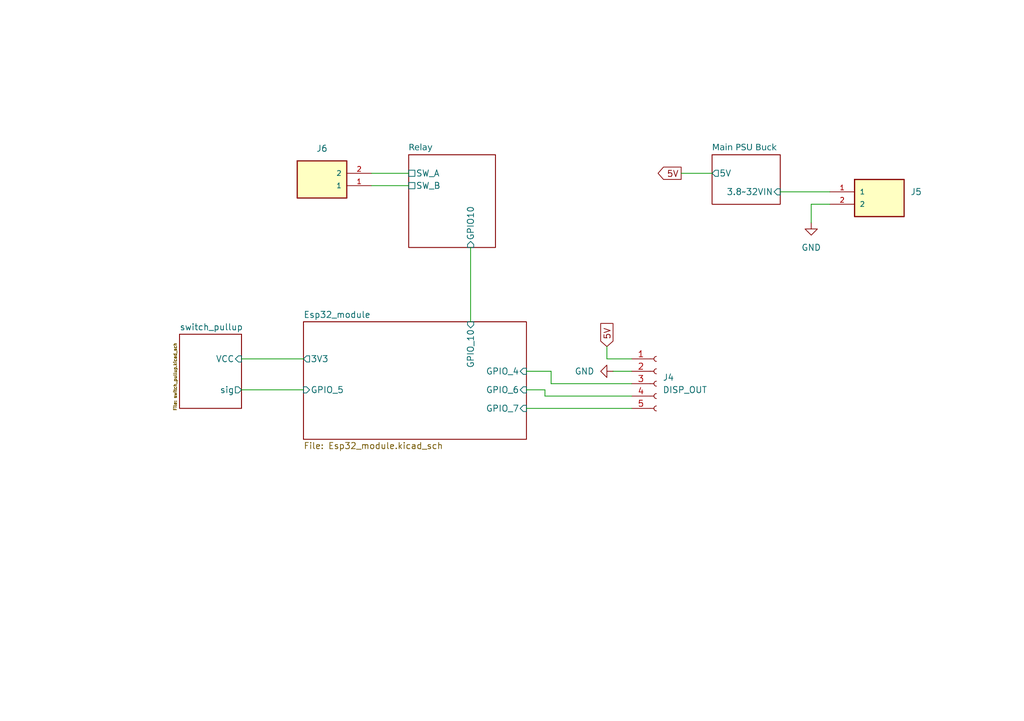
<source format=kicad_sch>
(kicad_sch (version 20250114) (generator "eeschema") (generator_version "9.0")
  (paper "A5")
  (lib_symbols
    (symbol "Connector:Conn_01x05_Socket" (pin_names (offset 1.016) (hide yes))
      (property "Reference" "J" (at 0 7.62 0))
      (property "Value" "Conn_01x05_Socket" (at 0 -7.62 0))
      (symbol "Conn_01x05_Socket_1_1"
        (polyline (pts (xy -1.27 5.08) (xy -0.508 5.08)) (stroke (width 0.1524)))
        (polyline (pts (xy -1.27 2.54) (xy -0.508 2.54)) (stroke (width 0.1524)))
        (polyline (pts (xy -1.27 0) (xy -0.508 0)) (stroke (width 0.1524)))
        (polyline (pts (xy -1.27 -2.54) (xy -0.508 -2.54)) (stroke (width 0.1524)))
        (polyline (pts (xy -1.27 -5.08) (xy -0.508 -5.08)) (stroke (width 0.1524)))
        (arc (start 0 4.572) (mid -0.5058 5.08) (end 0 5.588) (stroke (width 0.1524)))
        (arc (start 0 2.032) (mid -0.5058 2.54) (end 0 3.048) (stroke (width 0.1524)))
        (arc (start 0 -0.508) (mid -0.5058 0) (end 0 0.508) (stroke (width 0.1524)))
        (arc (start 0 -3.048) (mid -0.5058 -2.54) (end 0 -2.032) (stroke (width 0.1524)))
        (arc (start 0 -5.588) (mid -0.5058 -5.08) (end 0 -4.572) (stroke (width 0.1524)))
        (pin passive line (at -5.08 5.08 0) (length 3.81) (name "Pin_1") (number "1"))
        (pin passive line (at -5.08 2.54 0) (length 3.81) (name "Pin_2") (number "2"))
        (pin passive line (at -5.08 0 0) (length 3.81) (name "Pin_3") (number "3"))
        (pin passive line (at -5.08 -2.54 0) (length 3.81) (name "Pin_4") (number "4"))
        (pin passive line (at -5.08 -5.08 0) (length 3.81) (name "Pin_5") (number "5"))
      )
    )
    (symbol "TB002-500-02BE:TB002-500-02BE" (pin_names (offset 1.016))
      (property "Reference" "J" (at -5.58 5.08 0))
      (property "Value" "TB002-500-02BE" (at -5.08 -5.08 0))
      (symbol "TB002-500-02BE_0_0"
        (rectangle (start -5.08 -2.54) (end 5.08 5.08) (stroke (width 0.254)) (fill (type background)))
        (pin passive line (at -10.16 2.54 0) (length 5.08) (name "1") (number "1"))
        (pin passive line (at -10.16 0 0) (length 5.08) (name "2") (number "2"))
      )
    )
    (symbol "TB002-500-02BE_1" (pin_names (offset 1.016))
      (property "Reference" "J5" (at 6.35 2.54 0))
      (symbol "TB002-500-02BE_1_0_0"
        (rectangle (start -5.08 -2.54) (end 5.08 5.08) (stroke (width 0.254)) (fill (type background)))
      )
      (symbol "TB002-500-02BE_1_1_0"
        (pin power_out line (at -10.16 2.54 0) (length 5.08) (name "1") (number "1"))
        (pin power_in line (at -10.16 0 0) (length 5.08) (name "2") (number "2"))
      )
    )
    (symbol "power:GND" (power) (pin_numbers (hide yes)) (pin_names (offset 0) (hide yes))
      (property "Value" "GND" (at 0 -3.81 0))
      (symbol "GND_0_1"
        (polyline (pts (xy 0 0) (xy 0 -1.27) (xy 1.27 -1.27) (xy 0 -2.54) (xy -1.27 -1.27) (xy 0 -1.27)))
      )
      (symbol "GND_1_1"
        (pin power_in line (at 0 0 270) (length 0) (name "~") (number "1"))
      )
    )
  )
  (wire (pts (xy 124.46 73.66) (xy 129.54 73.66)))
  (wire (pts (xy 107.95 83.82) (xy 129.54 83.82)))
  (wire (pts (xy 160.02 39.37) (xy 170.18 39.37)))
  (wire (pts (xy 96.52 50.8) (xy 96.52 66.04)))
  (wire (pts (xy 113.03 78.74) (xy 129.54 78.74)))
  (wire (pts (xy 111.76 80.01) (xy 111.76 81.28)))
  (wire (pts (xy 125.73 76.2) (xy 129.54 76.2)))
  (wire (pts (xy 49.53 80.01) (xy 62.23 80.01)))
  (wire (pts (xy 124.46 71.12) (xy 124.46 73.66)))
  (wire (pts (xy 49.53 73.66) (xy 62.23 73.66)))
  (wire (pts (xy 166.37 41.91) (xy 166.37 45.72)))
  (wire (pts (xy 170.18 41.91) (xy 166.37 41.91)))
  (wire (pts (xy 113.03 78.74) (xy 113.03 76.2)))
  (wire (pts (xy 107.95 76.2) (xy 113.03 76.2)))
  (wire (pts (xy 107.95 80.01) (xy 111.76 80.01)))
  (wire (pts (xy 76.2 38.1) (xy 83.82 38.1)))
  (wire (pts (xy 111.76 81.28) (xy 129.54 81.28)))
  (wire (pts (xy 76.2 35.56) (xy 83.82 35.56)))
  (wire (pts (xy 139.7 35.56) (xy 146.05 35.56)))
  (global_label "5V" (shape input) (at 124.46 71.12 90) (property "Intersheetrefs" "${INTERSHEET_REFS}" (effects (hide yes))))
  (global_label "5V" (shape output) (at 139.7 35.56 180) (property "Intersheetrefs" "${INTERSHEET_REFS}" (effects (hide yes))))
  (symbol (lib_id "power:GND") (at 125.73 76.2 270) (unit 1)
    (property "Reference" "#PWR018" (effects (hide yes)))
    (property "Value" "GND" (at 121.92 76.2 90) (effects (justify right)))
    (property "Description" "Power symbol creates a global label with name \"GND\" , ground" (effects (hide yes)))
  )
  (symbol (lib_id "Connector:Conn_01x05_Socket") (at 134.62 78.74 0) (unit 1)
    (property "Reference" "J4" (at 135.89 77.47 0) (effects (justify left)))
    (property "Value" "DISP_OUT" (at 135.89 80.01 0) (effects (justify left)))
    (property "Footprint" "Connector_PinHeader_2.54mm:PinHeader_1x05_P2.54mm_Vertical" (effects (hide yes)))
    (property "Description" "2.5mm spacing" (effects (hide yes)))
  )
  (symbol (lib_id "power:GND") (at 166.37 45.72 0) (unit 1)
    (property "Reference" "#PWR017" (effects (hide yes)))
    (property "Value" "GND" (at 166.37 50.8 0))
    (property "Description" "Power symbol creates a global label with name \"GND\" , ground" (effects (hide yes)))
  )
  (symbol (lib_id "TB002-500-02BE:TB002-500-02BE") (at 66.04 35.56 180) (unit 1)
    (property "Reference" "J6" (at 66.04 30.48 0))
    (property "Value" "TB002-500-02BE" (effects (hide yes)))
    (property "Footprint" "TB002_500_02BE:CUI_TB002-500-02BE" (effects (hide yes)))
    (property "STANDARD" "Manufacturer Recommendations" (effects (hide yes)))
    (property "MANUFACTURER" "CUI" (effects (hide yes)))
  )
  (symbol (lib_name "TB002-500-02BE_1") (lib_id "TB002-500-02BE:TB002-500-02BE") (at 180.34 41.91 0) (unit 1)
    (property "Reference" "J5" (at 186.69 39.37 0) (effects (justify left)))
    (property "Value" "TB002-500-02BE" (effects (hide yes)))
    (property "Footprint" "TB002_500_02BE:CUI_TB002-500-02BE" (effects (hide yes)))
    (property "STANDARD" "Manufacturer Recommendations" (effects (hide yes)))
    (property "MANUFACTURER" "CUI" (effects (hide yes)))
  )
  (sheet (at 36.83 68.58) (size 12.7 15.24) (stroke (width 0.1524))
    (property "Sheetname" "switch_pullup" (at 36.83 67.8684 0) (effects (justify left bottom)))
    (property "Sheetfile" "switch_pullup.kicad_sch" (at 35.56 84.328 90) (effects (font (size 0.635 0.635)) (justify left top)))
    (pin "VCC" input (at 49.53 73.66 0))
    (pin "sig" output (at 49.53 80.01 0))
  )
  (sheet (at 62.23 66.04) (size 45.72 24.13) (stroke (width 0.1524))
    (property "Sheetname" "Esp32_module" (at 62.23 65.3284 0) (effects (justify left bottom)))
    (property "Sheetfile" "Esp32_module.kicad_sch" (at 62.23 90.7546 0) (effects (justify left top)))
    (pin "GPIO_5" input (at 62.23 80.01 180))
    (pin "GPIO_4" input (at 107.95 76.2 0))
    (pin "GPIO_6" input (at 107.95 80.01 0))
    (pin "GPIO_7" input (at 107.95 83.82 0))
    (pin "GPIO_10" input (at 96.52 66.04 90))
    (pin "3V3" output (at 62.23 73.66 180))
  )
  (sheet (at 146.05 31.75) (size 13.97 10.16) (stroke (width 0.1524))
    (property "Sheetname" "Main PSU Buck" (at 146.05 31.0384 0) (effects (justify left bottom)))
    (property "Sheetfile" "Main PSU Buck.kicad_sch" (effects (hide yes)))
    (pin "3.8~32VIN" input (at 160.02 39.37 0))
    (pin "5V" output (at 146.05 35.56 180))
  )
  (sheet (at 83.82 31.75) (size 17.78 19.05) (stroke (width 0.1524))
    (property "Sheetname" "Relay" (at 83.82 31.0384 0) (effects (justify left bottom)))
    (property "Sheetfile" "Relay.kicad_sch" (effects (hide yes)))
    (pin "GPIO10" input (at 96.52 50.8 270))
    (pin "SW_A" passive (at 83.82 35.56 180))
    (pin "SW_B" passive (at 83.82 38.1 180))
  )
)
</source>
